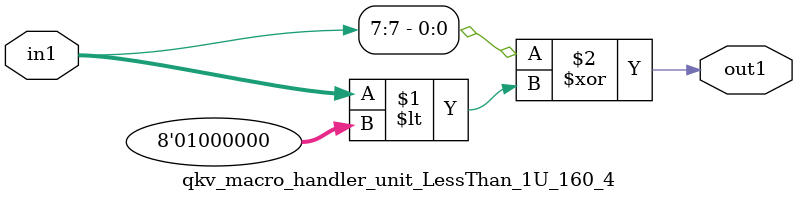
<source format=v>

`timescale 1ps / 1ps


module qkv_macro_handler_unit_LessThan_1U_160_4( in1, out1 );

    input [7:0] in1;
    output out1;

    
    // rtl_process:qkv_macro_handler_hub_LessThan_1U_94_4/qkv_macro_handler_hub_LessThan_1U_94_4_thread_1
    assign out1 = (in1[7] ^ in1 < 8'd064);

endmodule





</source>
